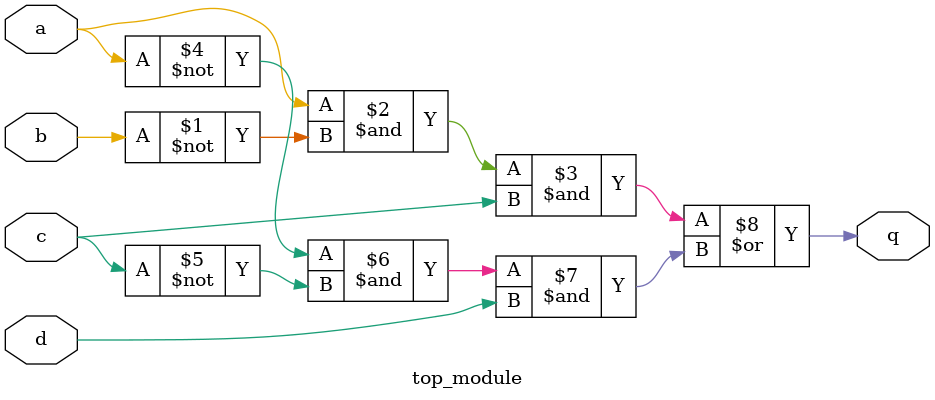
<source format=sv>
module top_module (
	input a, 
	input b, 
	input c, 
	input d,
	output q
);
	
	assign q = (a & ~b & c) | (~a & ~c & d);
	
endmodule

</source>
